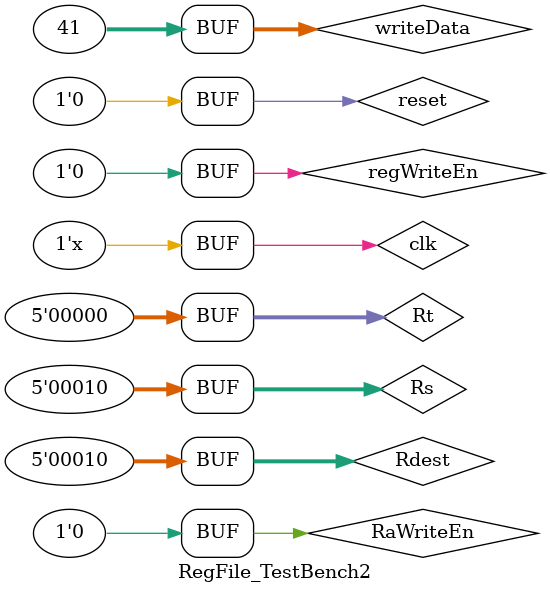
<source format=v>
`timescale 1ns / 1ps


module RegFile_TestBench2;

	// Inputs
	reg clk;
	reg reset;
	reg regWriteEn;
	reg RaWriteEn;
	reg [4:0] Rs;
	reg [4:0] Rt;
	reg [4:0] Rdest;
	reg [31:0] writeData;

	// Outputs
	wire [31:0] RsData;
	wire [31:0] RtData;
	wire [31:0] RaData;

	// Instantiate the Unit Under Test (UUT)
	RegFile uut (
		.clk(clk), 
		.reset(reset), 
		.regWriteEn(regWriteEn), 
		.RaWriteEn(RaWriteEn), 
		.Rs(Rs), 
		.Rt(Rt), 
		.Rdest(Rdest), 
		.writeData(writeData), 
		.RsData(RsData), 
		.RtData(RtData), 
		.RaData(RaData)
	);

	initial begin
		// Initialize Inputs
		// Initialize Inputs
		clk = 0;
		reset = 1;
		regWriteEn = 0;
		RaWriteEn = 0;
		Rs = 0;
		Rt = 0;
		Rdest = 0;
		writeData = 0;

		// Wait 100 ns for global reset to finish
		#10;
        
		// Add stimulus here
		reset = 0;
		//Write some data into a register
		regWriteEn = 1'b1;
		RaWriteEn = 1'b1;
		Rdest = 5'b00010;
		writeData = 32'd41;
		#20;
		//See data at other end
		regWriteEn = 1'b0;
		RaWriteEn = 1'b0;
		Rs = 5'b00010;
		

	end
	
	always begin
	#1;
	clk = ~clk;
	end
      
endmodule
</source>
